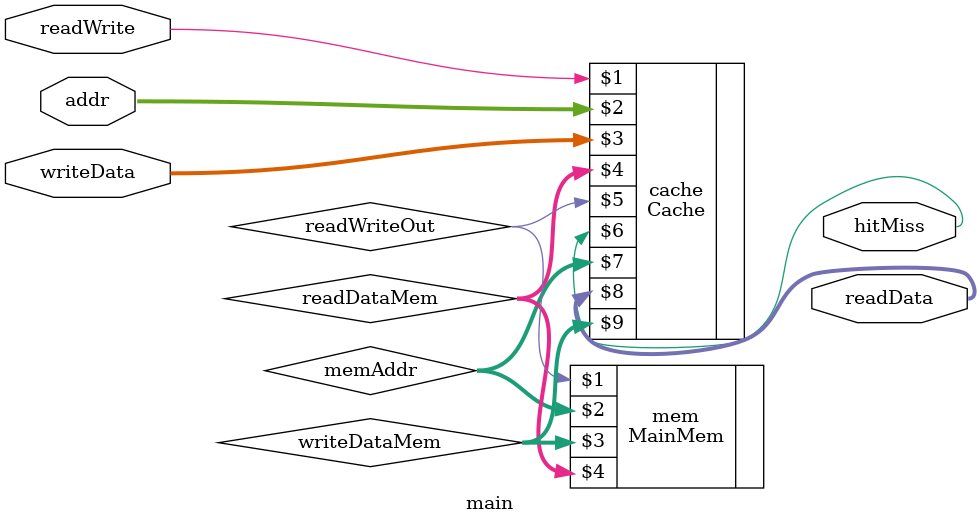
<source format=v>
`timescale 1ns / 1ps

module main(
    input readWrite, // 1 for read, 0 for write
    input [9:0] addr, // byte address, [9:5] tag, [4] cache index, [3:2] word offset, [1:0] byte offset
    input [31:0] writeData, //word data from cpu to be writen
    output hitMiss, // 1 for hit, 0 for miss, state flag
    output [31:0] readData // data to cpu
);

    wire [127:0] readDataMem, writeDataMem;
    wire [9:0] memAddr;
    wire readWriteOut;
    MainMem mem(readWriteOut, memAddr, writeDataMem, readDataMem);
    Cache cache (readWrite, addr, writeData, readDataMem, readWriteOut, hitMiss, memAddr, readData, writeDataMem);

endmodule
</source>
